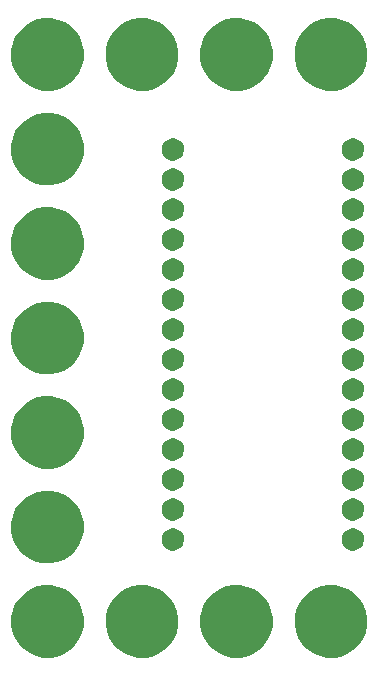
<source format=gts>
%TF.GenerationSoftware,KiCad,Pcbnew,4.0.5-e0-6337~49~ubuntu16.04.1*%
%TF.CreationDate,2017-02-14T00:48:36-08:00*%
%TF.ProjectId,4x7-Teensy-Breakout,3478372D5465656E73792D427265616B,1.0*%
%TF.FileFunction,Soldermask,Top*%
%FSLAX46Y46*%
G04 Gerber Fmt 4.6, Leading zero omitted, Abs format (unit mm)*
G04 Created by KiCad (PCBNEW 4.0.5-e0-6337~49~ubuntu16.04.1) date Tue Feb 14 00:48:36 2017*
%MOMM*%
%LPD*%
G01*
G04 APERTURE LIST*
%ADD10C,0.350000*%
G04 APERTURE END LIST*
D10*
G36*
X41240510Y-111092847D02*
X41831455Y-111214151D01*
X42387598Y-111447932D01*
X42887734Y-111785278D01*
X43312821Y-112213343D01*
X43646666Y-112715821D01*
X43876556Y-113273576D01*
X43993664Y-113865014D01*
X43993664Y-113865024D01*
X43993731Y-113865363D01*
X43984110Y-114554416D01*
X43984033Y-114554754D01*
X43984033Y-114554762D01*
X43850457Y-115142701D01*
X43605085Y-115693816D01*
X43257337Y-116186778D01*
X42820462Y-116602809D01*
X42311100Y-116926061D01*
X41748654Y-117144219D01*
X41154547Y-117248976D01*
X40551403Y-117236342D01*
X39962200Y-117106797D01*
X39409382Y-116865277D01*
X38914007Y-116520982D01*
X38494937Y-116087023D01*
X38168138Y-115579930D01*
X37946056Y-115019014D01*
X37837155Y-114425658D01*
X37845577Y-113822441D01*
X37971006Y-113232347D01*
X38208659Y-112677858D01*
X38549491Y-112180088D01*
X38980512Y-111758000D01*
X39485313Y-111427668D01*
X40044659Y-111201677D01*
X40637245Y-111088636D01*
X41240510Y-111092847D01*
X41240510Y-111092847D01*
G37*
G36*
X33240510Y-111092847D02*
X33831455Y-111214151D01*
X34387598Y-111447932D01*
X34887734Y-111785278D01*
X35312821Y-112213343D01*
X35646666Y-112715821D01*
X35876556Y-113273576D01*
X35993664Y-113865014D01*
X35993664Y-113865024D01*
X35993731Y-113865363D01*
X35984110Y-114554416D01*
X35984033Y-114554754D01*
X35984033Y-114554762D01*
X35850457Y-115142701D01*
X35605085Y-115693816D01*
X35257337Y-116186778D01*
X34820462Y-116602809D01*
X34311100Y-116926061D01*
X33748654Y-117144219D01*
X33154547Y-117248976D01*
X32551403Y-117236342D01*
X31962200Y-117106797D01*
X31409382Y-116865277D01*
X30914007Y-116520982D01*
X30494937Y-116087023D01*
X30168138Y-115579930D01*
X29946056Y-115019014D01*
X29837155Y-114425658D01*
X29845577Y-113822441D01*
X29971006Y-113232347D01*
X30208659Y-112677858D01*
X30549491Y-112180088D01*
X30980512Y-111758000D01*
X31485313Y-111427668D01*
X32044659Y-111201677D01*
X32637245Y-111088636D01*
X33240510Y-111092847D01*
X33240510Y-111092847D01*
G37*
G36*
X25241510Y-111092847D02*
X25832455Y-111214151D01*
X26388598Y-111447932D01*
X26888734Y-111785278D01*
X27313821Y-112213343D01*
X27647666Y-112715821D01*
X27877556Y-113273576D01*
X27994664Y-113865014D01*
X27994664Y-113865024D01*
X27994731Y-113865363D01*
X27985110Y-114554416D01*
X27985033Y-114554754D01*
X27985033Y-114554762D01*
X27851457Y-115142701D01*
X27606085Y-115693816D01*
X27258337Y-116186778D01*
X26821462Y-116602809D01*
X26312100Y-116926061D01*
X25749654Y-117144219D01*
X25155547Y-117248976D01*
X24552403Y-117236342D01*
X23963200Y-117106797D01*
X23410382Y-116865277D01*
X22915007Y-116520982D01*
X22495937Y-116087023D01*
X22169138Y-115579930D01*
X21947056Y-115019014D01*
X21838155Y-114425658D01*
X21846577Y-113822441D01*
X21972006Y-113232347D01*
X22209659Y-112677858D01*
X22550491Y-112180088D01*
X22981512Y-111758000D01*
X23486313Y-111427668D01*
X24045659Y-111201677D01*
X24638245Y-111088636D01*
X25241510Y-111092847D01*
X25241510Y-111092847D01*
G37*
G36*
X49240510Y-111092847D02*
X49831455Y-111214151D01*
X50387598Y-111447932D01*
X50887734Y-111785278D01*
X51312821Y-112213343D01*
X51646666Y-112715821D01*
X51876556Y-113273576D01*
X51993664Y-113865014D01*
X51993664Y-113865024D01*
X51993731Y-113865363D01*
X51984110Y-114554416D01*
X51984033Y-114554754D01*
X51984033Y-114554762D01*
X51850457Y-115142701D01*
X51605085Y-115693816D01*
X51257337Y-116186778D01*
X50820462Y-116602809D01*
X50311100Y-116926061D01*
X49748654Y-117144219D01*
X49154547Y-117248976D01*
X48551403Y-117236342D01*
X47962200Y-117106797D01*
X47409382Y-116865277D01*
X46914007Y-116520982D01*
X46494937Y-116087023D01*
X46168138Y-115579930D01*
X45946056Y-115019014D01*
X45837155Y-114425658D01*
X45845577Y-113822441D01*
X45971006Y-113232347D01*
X46208659Y-112677858D01*
X46549491Y-112180088D01*
X46980512Y-111758000D01*
X47485313Y-111427668D01*
X48044659Y-111201677D01*
X48637245Y-111088636D01*
X49240510Y-111092847D01*
X49240510Y-111092847D01*
G37*
G36*
X25241510Y-103092847D02*
X25832455Y-103214151D01*
X26388598Y-103447932D01*
X26888734Y-103785278D01*
X27313821Y-104213343D01*
X27647666Y-104715821D01*
X27877556Y-105273576D01*
X27994664Y-105865014D01*
X27994664Y-105865024D01*
X27994731Y-105865363D01*
X27985110Y-106554416D01*
X27985033Y-106554754D01*
X27985033Y-106554762D01*
X27851457Y-107142701D01*
X27606085Y-107693816D01*
X27258337Y-108186778D01*
X26821462Y-108602809D01*
X26312100Y-108926061D01*
X25749654Y-109144219D01*
X25155547Y-109248976D01*
X24552403Y-109236342D01*
X23963200Y-109106797D01*
X23410382Y-108865277D01*
X22915007Y-108520982D01*
X22495937Y-108087023D01*
X22169138Y-107579930D01*
X21947056Y-107019014D01*
X21838155Y-106425658D01*
X21846577Y-105822441D01*
X21972006Y-105232347D01*
X22209659Y-104677858D01*
X22550491Y-104180088D01*
X22981512Y-103758000D01*
X23486313Y-103427668D01*
X24045659Y-103201677D01*
X24638245Y-103088636D01*
X25241510Y-103092847D01*
X25241510Y-103092847D01*
G37*
G36*
X35636115Y-106288824D02*
X35816648Y-106325883D01*
X35986558Y-106397306D01*
X36139349Y-106500366D01*
X36269221Y-106631146D01*
X36371210Y-106784653D01*
X36441443Y-106955051D01*
X36477172Y-107135499D01*
X36477172Y-107135504D01*
X36477240Y-107135848D01*
X36474301Y-107346358D01*
X36474224Y-107346696D01*
X36474224Y-107346706D01*
X36433470Y-107526086D01*
X36358508Y-107694452D01*
X36252268Y-107845056D01*
X36118799Y-107972157D01*
X35963184Y-108070914D01*
X35791354Y-108137562D01*
X35609852Y-108169566D01*
X35425586Y-108165706D01*
X35245579Y-108126129D01*
X35076688Y-108052343D01*
X34925350Y-107947160D01*
X34797321Y-107814582D01*
X34697481Y-107659661D01*
X34629632Y-107488293D01*
X34596363Y-107307023D01*
X34598935Y-107122736D01*
X34637256Y-106942456D01*
X34709859Y-106773057D01*
X34813987Y-106620984D01*
X34945666Y-106492033D01*
X35099887Y-106391114D01*
X35270772Y-106322072D01*
X35451809Y-106287538D01*
X35636115Y-106288824D01*
X35636115Y-106288824D01*
G37*
G36*
X50876115Y-106288824D02*
X51056648Y-106325883D01*
X51226558Y-106397306D01*
X51379349Y-106500366D01*
X51509221Y-106631146D01*
X51611210Y-106784653D01*
X51681443Y-106955051D01*
X51717172Y-107135499D01*
X51717172Y-107135504D01*
X51717240Y-107135848D01*
X51714301Y-107346358D01*
X51714224Y-107346696D01*
X51714224Y-107346706D01*
X51673470Y-107526086D01*
X51598508Y-107694452D01*
X51492268Y-107845056D01*
X51358799Y-107972157D01*
X51203184Y-108070914D01*
X51031354Y-108137562D01*
X50849852Y-108169566D01*
X50665586Y-108165706D01*
X50485579Y-108126129D01*
X50316688Y-108052343D01*
X50165350Y-107947160D01*
X50037321Y-107814582D01*
X49937481Y-107659661D01*
X49869632Y-107488293D01*
X49836363Y-107307023D01*
X49838935Y-107122736D01*
X49877256Y-106942456D01*
X49949859Y-106773057D01*
X50053987Y-106620984D01*
X50185666Y-106492033D01*
X50339887Y-106391114D01*
X50510772Y-106322072D01*
X50691809Y-106287538D01*
X50876115Y-106288824D01*
X50876115Y-106288824D01*
G37*
G36*
X50876115Y-103748824D02*
X51056648Y-103785883D01*
X51226558Y-103857306D01*
X51379349Y-103960366D01*
X51509221Y-104091146D01*
X51611210Y-104244653D01*
X51681443Y-104415051D01*
X51717172Y-104595499D01*
X51717172Y-104595504D01*
X51717240Y-104595848D01*
X51714301Y-104806358D01*
X51714224Y-104806696D01*
X51714224Y-104806706D01*
X51673470Y-104986086D01*
X51598508Y-105154452D01*
X51492268Y-105305056D01*
X51358799Y-105432157D01*
X51203184Y-105530914D01*
X51031354Y-105597562D01*
X50849852Y-105629566D01*
X50665586Y-105625706D01*
X50485579Y-105586129D01*
X50316688Y-105512343D01*
X50165350Y-105407160D01*
X50037321Y-105274582D01*
X49937481Y-105119661D01*
X49869632Y-104948293D01*
X49836363Y-104767023D01*
X49838935Y-104582736D01*
X49877256Y-104402456D01*
X49949859Y-104233057D01*
X50053987Y-104080984D01*
X50185666Y-103952033D01*
X50339887Y-103851114D01*
X50510772Y-103782072D01*
X50691809Y-103747538D01*
X50876115Y-103748824D01*
X50876115Y-103748824D01*
G37*
G36*
X35636115Y-103748824D02*
X35816648Y-103785883D01*
X35986558Y-103857306D01*
X36139349Y-103960366D01*
X36269221Y-104091146D01*
X36371210Y-104244653D01*
X36441443Y-104415051D01*
X36477172Y-104595499D01*
X36477172Y-104595504D01*
X36477240Y-104595848D01*
X36474301Y-104806358D01*
X36474224Y-104806696D01*
X36474224Y-104806706D01*
X36433470Y-104986086D01*
X36358508Y-105154452D01*
X36252268Y-105305056D01*
X36118799Y-105432157D01*
X35963184Y-105530914D01*
X35791354Y-105597562D01*
X35609852Y-105629566D01*
X35425586Y-105625706D01*
X35245579Y-105586129D01*
X35076688Y-105512343D01*
X34925350Y-105407160D01*
X34797321Y-105274582D01*
X34697481Y-105119661D01*
X34629632Y-104948293D01*
X34596363Y-104767023D01*
X34598935Y-104582736D01*
X34637256Y-104402456D01*
X34709859Y-104233057D01*
X34813987Y-104080984D01*
X34945666Y-103952033D01*
X35099887Y-103851114D01*
X35270772Y-103782072D01*
X35451809Y-103747538D01*
X35636115Y-103748824D01*
X35636115Y-103748824D01*
G37*
G36*
X35636115Y-101208824D02*
X35816648Y-101245883D01*
X35986558Y-101317306D01*
X36139349Y-101420366D01*
X36269221Y-101551146D01*
X36371210Y-101704653D01*
X36441443Y-101875051D01*
X36477172Y-102055499D01*
X36477172Y-102055504D01*
X36477240Y-102055848D01*
X36474301Y-102266358D01*
X36474224Y-102266696D01*
X36474224Y-102266706D01*
X36433470Y-102446086D01*
X36358508Y-102614452D01*
X36252268Y-102765056D01*
X36118799Y-102892157D01*
X35963184Y-102990914D01*
X35791354Y-103057562D01*
X35609852Y-103089566D01*
X35425586Y-103085706D01*
X35245579Y-103046129D01*
X35076688Y-102972343D01*
X34925350Y-102867160D01*
X34797321Y-102734582D01*
X34697481Y-102579661D01*
X34629632Y-102408293D01*
X34596363Y-102227023D01*
X34598935Y-102042736D01*
X34637256Y-101862456D01*
X34709859Y-101693057D01*
X34813987Y-101540984D01*
X34945666Y-101412033D01*
X35099887Y-101311114D01*
X35270772Y-101242072D01*
X35451809Y-101207538D01*
X35636115Y-101208824D01*
X35636115Y-101208824D01*
G37*
G36*
X50876115Y-101208824D02*
X51056648Y-101245883D01*
X51226558Y-101317306D01*
X51379349Y-101420366D01*
X51509221Y-101551146D01*
X51611210Y-101704653D01*
X51681443Y-101875051D01*
X51717172Y-102055499D01*
X51717172Y-102055504D01*
X51717240Y-102055848D01*
X51714301Y-102266358D01*
X51714224Y-102266696D01*
X51714224Y-102266706D01*
X51673470Y-102446086D01*
X51598508Y-102614452D01*
X51492268Y-102765056D01*
X51358799Y-102892157D01*
X51203184Y-102990914D01*
X51031354Y-103057562D01*
X50849852Y-103089566D01*
X50665586Y-103085706D01*
X50485579Y-103046129D01*
X50316688Y-102972343D01*
X50165350Y-102867160D01*
X50037321Y-102734582D01*
X49937481Y-102579661D01*
X49869632Y-102408293D01*
X49836363Y-102227023D01*
X49838935Y-102042736D01*
X49877256Y-101862456D01*
X49949859Y-101693057D01*
X50053987Y-101540984D01*
X50185666Y-101412033D01*
X50339887Y-101311114D01*
X50510772Y-101242072D01*
X50691809Y-101207538D01*
X50876115Y-101208824D01*
X50876115Y-101208824D01*
G37*
G36*
X25241510Y-95092847D02*
X25832455Y-95214151D01*
X26388598Y-95447932D01*
X26888734Y-95785278D01*
X27313821Y-96213343D01*
X27647666Y-96715821D01*
X27877556Y-97273576D01*
X27994664Y-97865014D01*
X27994664Y-97865024D01*
X27994731Y-97865363D01*
X27985110Y-98554416D01*
X27985033Y-98554754D01*
X27985033Y-98554762D01*
X27851457Y-99142701D01*
X27606085Y-99693816D01*
X27258337Y-100186778D01*
X26821462Y-100602809D01*
X26312100Y-100926061D01*
X25749654Y-101144219D01*
X25155547Y-101248976D01*
X24552403Y-101236342D01*
X23963200Y-101106797D01*
X23410382Y-100865277D01*
X22915007Y-100520982D01*
X22495937Y-100087023D01*
X22169138Y-99579930D01*
X21947056Y-99019014D01*
X21838155Y-98425658D01*
X21846577Y-97822441D01*
X21972006Y-97232347D01*
X22209659Y-96677858D01*
X22550491Y-96180088D01*
X22981512Y-95758000D01*
X23486313Y-95427668D01*
X24045659Y-95201677D01*
X24638245Y-95088636D01*
X25241510Y-95092847D01*
X25241510Y-95092847D01*
G37*
G36*
X35636115Y-98668824D02*
X35816648Y-98705883D01*
X35986558Y-98777306D01*
X36139349Y-98880366D01*
X36269221Y-99011146D01*
X36371210Y-99164653D01*
X36441443Y-99335051D01*
X36477172Y-99515499D01*
X36477172Y-99515504D01*
X36477240Y-99515848D01*
X36474301Y-99726358D01*
X36474224Y-99726696D01*
X36474224Y-99726706D01*
X36433470Y-99906086D01*
X36358508Y-100074452D01*
X36252268Y-100225056D01*
X36118799Y-100352157D01*
X35963184Y-100450914D01*
X35791354Y-100517562D01*
X35609852Y-100549566D01*
X35425586Y-100545706D01*
X35245579Y-100506129D01*
X35076688Y-100432343D01*
X34925350Y-100327160D01*
X34797321Y-100194582D01*
X34697481Y-100039661D01*
X34629632Y-99868293D01*
X34596363Y-99687023D01*
X34598935Y-99502736D01*
X34637256Y-99322456D01*
X34709859Y-99153057D01*
X34813987Y-99000984D01*
X34945666Y-98872033D01*
X35099887Y-98771114D01*
X35270772Y-98702072D01*
X35451809Y-98667538D01*
X35636115Y-98668824D01*
X35636115Y-98668824D01*
G37*
G36*
X50876115Y-98668824D02*
X51056648Y-98705883D01*
X51226558Y-98777306D01*
X51379349Y-98880366D01*
X51509221Y-99011146D01*
X51611210Y-99164653D01*
X51681443Y-99335051D01*
X51717172Y-99515499D01*
X51717172Y-99515504D01*
X51717240Y-99515848D01*
X51714301Y-99726358D01*
X51714224Y-99726696D01*
X51714224Y-99726706D01*
X51673470Y-99906086D01*
X51598508Y-100074452D01*
X51492268Y-100225056D01*
X51358799Y-100352157D01*
X51203184Y-100450914D01*
X51031354Y-100517562D01*
X50849852Y-100549566D01*
X50665586Y-100545706D01*
X50485579Y-100506129D01*
X50316688Y-100432343D01*
X50165350Y-100327160D01*
X50037321Y-100194582D01*
X49937481Y-100039661D01*
X49869632Y-99868293D01*
X49836363Y-99687023D01*
X49838935Y-99502736D01*
X49877256Y-99322456D01*
X49949859Y-99153057D01*
X50053987Y-99000984D01*
X50185666Y-98872033D01*
X50339887Y-98771114D01*
X50510772Y-98702072D01*
X50691809Y-98667538D01*
X50876115Y-98668824D01*
X50876115Y-98668824D01*
G37*
G36*
X50876115Y-96128824D02*
X51056648Y-96165883D01*
X51226558Y-96237306D01*
X51379349Y-96340366D01*
X51509221Y-96471146D01*
X51611210Y-96624653D01*
X51681443Y-96795051D01*
X51717172Y-96975499D01*
X51717172Y-96975504D01*
X51717240Y-96975848D01*
X51714301Y-97186358D01*
X51714224Y-97186696D01*
X51714224Y-97186706D01*
X51673470Y-97366086D01*
X51598508Y-97534452D01*
X51492268Y-97685056D01*
X51358799Y-97812157D01*
X51203184Y-97910914D01*
X51031354Y-97977562D01*
X50849852Y-98009566D01*
X50665586Y-98005706D01*
X50485579Y-97966129D01*
X50316688Y-97892343D01*
X50165350Y-97787160D01*
X50037321Y-97654582D01*
X49937481Y-97499661D01*
X49869632Y-97328293D01*
X49836363Y-97147023D01*
X49838935Y-96962736D01*
X49877256Y-96782456D01*
X49949859Y-96613057D01*
X50053987Y-96460984D01*
X50185666Y-96332033D01*
X50339887Y-96231114D01*
X50510772Y-96162072D01*
X50691809Y-96127538D01*
X50876115Y-96128824D01*
X50876115Y-96128824D01*
G37*
G36*
X35636115Y-96128824D02*
X35816648Y-96165883D01*
X35986558Y-96237306D01*
X36139349Y-96340366D01*
X36269221Y-96471146D01*
X36371210Y-96624653D01*
X36441443Y-96795051D01*
X36477172Y-96975499D01*
X36477172Y-96975504D01*
X36477240Y-96975848D01*
X36474301Y-97186358D01*
X36474224Y-97186696D01*
X36474224Y-97186706D01*
X36433470Y-97366086D01*
X36358508Y-97534452D01*
X36252268Y-97685056D01*
X36118799Y-97812157D01*
X35963184Y-97910914D01*
X35791354Y-97977562D01*
X35609852Y-98009566D01*
X35425586Y-98005706D01*
X35245579Y-97966129D01*
X35076688Y-97892343D01*
X34925350Y-97787160D01*
X34797321Y-97654582D01*
X34697481Y-97499661D01*
X34629632Y-97328293D01*
X34596363Y-97147023D01*
X34598935Y-96962736D01*
X34637256Y-96782456D01*
X34709859Y-96613057D01*
X34813987Y-96460984D01*
X34945666Y-96332033D01*
X35099887Y-96231114D01*
X35270772Y-96162072D01*
X35451809Y-96127538D01*
X35636115Y-96128824D01*
X35636115Y-96128824D01*
G37*
G36*
X35636115Y-93588824D02*
X35816648Y-93625883D01*
X35986558Y-93697306D01*
X36139349Y-93800366D01*
X36269221Y-93931146D01*
X36371210Y-94084653D01*
X36441443Y-94255051D01*
X36477172Y-94435499D01*
X36477172Y-94435504D01*
X36477240Y-94435848D01*
X36474301Y-94646358D01*
X36474224Y-94646696D01*
X36474224Y-94646706D01*
X36433470Y-94826086D01*
X36358508Y-94994452D01*
X36252268Y-95145056D01*
X36118799Y-95272157D01*
X35963184Y-95370914D01*
X35791354Y-95437562D01*
X35609852Y-95469566D01*
X35425586Y-95465706D01*
X35245579Y-95426129D01*
X35076688Y-95352343D01*
X34925350Y-95247160D01*
X34797321Y-95114582D01*
X34697481Y-94959661D01*
X34629632Y-94788293D01*
X34596363Y-94607023D01*
X34598935Y-94422736D01*
X34637256Y-94242456D01*
X34709859Y-94073057D01*
X34813987Y-93920984D01*
X34945666Y-93792033D01*
X35099887Y-93691114D01*
X35270772Y-93622072D01*
X35451809Y-93587538D01*
X35636115Y-93588824D01*
X35636115Y-93588824D01*
G37*
G36*
X50876115Y-93588824D02*
X51056648Y-93625883D01*
X51226558Y-93697306D01*
X51379349Y-93800366D01*
X51509221Y-93931146D01*
X51611210Y-94084653D01*
X51681443Y-94255051D01*
X51717172Y-94435499D01*
X51717172Y-94435504D01*
X51717240Y-94435848D01*
X51714301Y-94646358D01*
X51714224Y-94646696D01*
X51714224Y-94646706D01*
X51673470Y-94826086D01*
X51598508Y-94994452D01*
X51492268Y-95145056D01*
X51358799Y-95272157D01*
X51203184Y-95370914D01*
X51031354Y-95437562D01*
X50849852Y-95469566D01*
X50665586Y-95465706D01*
X50485579Y-95426129D01*
X50316688Y-95352343D01*
X50165350Y-95247160D01*
X50037321Y-95114582D01*
X49937481Y-94959661D01*
X49869632Y-94788293D01*
X49836363Y-94607023D01*
X49838935Y-94422736D01*
X49877256Y-94242456D01*
X49949859Y-94073057D01*
X50053987Y-93920984D01*
X50185666Y-93792033D01*
X50339887Y-93691114D01*
X50510772Y-93622072D01*
X50691809Y-93587538D01*
X50876115Y-93588824D01*
X50876115Y-93588824D01*
G37*
G36*
X25241510Y-87092847D02*
X25832455Y-87214151D01*
X26388598Y-87447932D01*
X26888734Y-87785278D01*
X27313821Y-88213343D01*
X27647666Y-88715821D01*
X27877556Y-89273576D01*
X27994664Y-89865014D01*
X27994664Y-89865024D01*
X27994731Y-89865363D01*
X27985110Y-90554416D01*
X27985033Y-90554754D01*
X27985033Y-90554762D01*
X27851457Y-91142701D01*
X27606085Y-91693816D01*
X27258337Y-92186778D01*
X26821462Y-92602809D01*
X26312100Y-92926061D01*
X25749654Y-93144219D01*
X25155547Y-93248976D01*
X24552403Y-93236342D01*
X23963200Y-93106797D01*
X23410382Y-92865277D01*
X22915007Y-92520982D01*
X22495937Y-92087023D01*
X22169138Y-91579930D01*
X21947056Y-91019014D01*
X21838155Y-90425658D01*
X21846577Y-89822441D01*
X21972006Y-89232347D01*
X22209659Y-88677858D01*
X22550491Y-88180088D01*
X22981512Y-87758000D01*
X23486313Y-87427668D01*
X24045659Y-87201677D01*
X24638245Y-87088636D01*
X25241510Y-87092847D01*
X25241510Y-87092847D01*
G37*
G36*
X35636115Y-91048824D02*
X35816648Y-91085883D01*
X35986558Y-91157306D01*
X36139349Y-91260366D01*
X36269221Y-91391146D01*
X36371210Y-91544653D01*
X36441443Y-91715051D01*
X36477172Y-91895499D01*
X36477172Y-91895504D01*
X36477240Y-91895848D01*
X36474301Y-92106358D01*
X36474224Y-92106696D01*
X36474224Y-92106706D01*
X36433470Y-92286086D01*
X36358508Y-92454452D01*
X36252268Y-92605056D01*
X36118799Y-92732157D01*
X35963184Y-92830914D01*
X35791354Y-92897562D01*
X35609852Y-92929566D01*
X35425586Y-92925706D01*
X35245579Y-92886129D01*
X35076688Y-92812343D01*
X34925350Y-92707160D01*
X34797321Y-92574582D01*
X34697481Y-92419661D01*
X34629632Y-92248293D01*
X34596363Y-92067023D01*
X34598935Y-91882736D01*
X34637256Y-91702456D01*
X34709859Y-91533057D01*
X34813987Y-91380984D01*
X34945666Y-91252033D01*
X35099887Y-91151114D01*
X35270772Y-91082072D01*
X35451809Y-91047538D01*
X35636115Y-91048824D01*
X35636115Y-91048824D01*
G37*
G36*
X50876115Y-91048824D02*
X51056648Y-91085883D01*
X51226558Y-91157306D01*
X51379349Y-91260366D01*
X51509221Y-91391146D01*
X51611210Y-91544653D01*
X51681443Y-91715051D01*
X51717172Y-91895499D01*
X51717172Y-91895504D01*
X51717240Y-91895848D01*
X51714301Y-92106358D01*
X51714224Y-92106696D01*
X51714224Y-92106706D01*
X51673470Y-92286086D01*
X51598508Y-92454452D01*
X51492268Y-92605056D01*
X51358799Y-92732157D01*
X51203184Y-92830914D01*
X51031354Y-92897562D01*
X50849852Y-92929566D01*
X50665586Y-92925706D01*
X50485579Y-92886129D01*
X50316688Y-92812343D01*
X50165350Y-92707160D01*
X50037321Y-92574582D01*
X49937481Y-92419661D01*
X49869632Y-92248293D01*
X49836363Y-92067023D01*
X49838935Y-91882736D01*
X49877256Y-91702456D01*
X49949859Y-91533057D01*
X50053987Y-91380984D01*
X50185666Y-91252033D01*
X50339887Y-91151114D01*
X50510772Y-91082072D01*
X50691809Y-91047538D01*
X50876115Y-91048824D01*
X50876115Y-91048824D01*
G37*
G36*
X35636115Y-88508824D02*
X35816648Y-88545883D01*
X35986558Y-88617306D01*
X36139349Y-88720366D01*
X36269221Y-88851146D01*
X36371210Y-89004653D01*
X36441443Y-89175051D01*
X36477172Y-89355499D01*
X36477172Y-89355504D01*
X36477240Y-89355848D01*
X36474301Y-89566358D01*
X36474224Y-89566696D01*
X36474224Y-89566706D01*
X36433470Y-89746086D01*
X36358508Y-89914452D01*
X36252268Y-90065056D01*
X36118799Y-90192157D01*
X35963184Y-90290914D01*
X35791354Y-90357562D01*
X35609852Y-90389566D01*
X35425586Y-90385706D01*
X35245579Y-90346129D01*
X35076688Y-90272343D01*
X34925350Y-90167160D01*
X34797321Y-90034582D01*
X34697481Y-89879661D01*
X34629632Y-89708293D01*
X34596363Y-89527023D01*
X34598935Y-89342736D01*
X34637256Y-89162456D01*
X34709859Y-88993057D01*
X34813987Y-88840984D01*
X34945666Y-88712033D01*
X35099887Y-88611114D01*
X35270772Y-88542072D01*
X35451809Y-88507538D01*
X35636115Y-88508824D01*
X35636115Y-88508824D01*
G37*
G36*
X50876115Y-88508824D02*
X51056648Y-88545883D01*
X51226558Y-88617306D01*
X51379349Y-88720366D01*
X51509221Y-88851146D01*
X51611210Y-89004653D01*
X51681443Y-89175051D01*
X51717172Y-89355499D01*
X51717172Y-89355504D01*
X51717240Y-89355848D01*
X51714301Y-89566358D01*
X51714224Y-89566696D01*
X51714224Y-89566706D01*
X51673470Y-89746086D01*
X51598508Y-89914452D01*
X51492268Y-90065056D01*
X51358799Y-90192157D01*
X51203184Y-90290914D01*
X51031354Y-90357562D01*
X50849852Y-90389566D01*
X50665586Y-90385706D01*
X50485579Y-90346129D01*
X50316688Y-90272343D01*
X50165350Y-90167160D01*
X50037321Y-90034582D01*
X49937481Y-89879661D01*
X49869632Y-89708293D01*
X49836363Y-89527023D01*
X49838935Y-89342736D01*
X49877256Y-89162456D01*
X49949859Y-88993057D01*
X50053987Y-88840984D01*
X50185666Y-88712033D01*
X50339887Y-88611114D01*
X50510772Y-88542072D01*
X50691809Y-88507538D01*
X50876115Y-88508824D01*
X50876115Y-88508824D01*
G37*
G36*
X35636115Y-85968824D02*
X35816648Y-86005883D01*
X35986558Y-86077306D01*
X36139349Y-86180366D01*
X36269221Y-86311146D01*
X36371210Y-86464653D01*
X36441443Y-86635051D01*
X36477172Y-86815499D01*
X36477172Y-86815504D01*
X36477240Y-86815848D01*
X36474301Y-87026358D01*
X36474224Y-87026696D01*
X36474224Y-87026706D01*
X36433470Y-87206086D01*
X36358508Y-87374452D01*
X36252268Y-87525056D01*
X36118799Y-87652157D01*
X35963184Y-87750914D01*
X35791354Y-87817562D01*
X35609852Y-87849566D01*
X35425586Y-87845706D01*
X35245579Y-87806129D01*
X35076688Y-87732343D01*
X34925350Y-87627160D01*
X34797321Y-87494582D01*
X34697481Y-87339661D01*
X34629632Y-87168293D01*
X34596363Y-86987023D01*
X34598935Y-86802736D01*
X34637256Y-86622456D01*
X34709859Y-86453057D01*
X34813987Y-86300984D01*
X34945666Y-86172033D01*
X35099887Y-86071114D01*
X35270772Y-86002072D01*
X35451809Y-85967538D01*
X35636115Y-85968824D01*
X35636115Y-85968824D01*
G37*
G36*
X50876115Y-85968824D02*
X51056648Y-86005883D01*
X51226558Y-86077306D01*
X51379349Y-86180366D01*
X51509221Y-86311146D01*
X51611210Y-86464653D01*
X51681443Y-86635051D01*
X51717172Y-86815499D01*
X51717172Y-86815504D01*
X51717240Y-86815848D01*
X51714301Y-87026358D01*
X51714224Y-87026696D01*
X51714224Y-87026706D01*
X51673470Y-87206086D01*
X51598508Y-87374452D01*
X51492268Y-87525056D01*
X51358799Y-87652157D01*
X51203184Y-87750914D01*
X51031354Y-87817562D01*
X50849852Y-87849566D01*
X50665586Y-87845706D01*
X50485579Y-87806129D01*
X50316688Y-87732343D01*
X50165350Y-87627160D01*
X50037321Y-87494582D01*
X49937481Y-87339661D01*
X49869632Y-87168293D01*
X49836363Y-86987023D01*
X49838935Y-86802736D01*
X49877256Y-86622456D01*
X49949859Y-86453057D01*
X50053987Y-86300984D01*
X50185666Y-86172033D01*
X50339887Y-86071114D01*
X50510772Y-86002072D01*
X50691809Y-85967538D01*
X50876115Y-85968824D01*
X50876115Y-85968824D01*
G37*
G36*
X35636115Y-83428824D02*
X35816648Y-83465883D01*
X35986558Y-83537306D01*
X36139349Y-83640366D01*
X36269221Y-83771146D01*
X36371210Y-83924653D01*
X36441443Y-84095051D01*
X36477172Y-84275499D01*
X36477172Y-84275504D01*
X36477240Y-84275848D01*
X36474301Y-84486358D01*
X36474224Y-84486696D01*
X36474224Y-84486706D01*
X36433470Y-84666086D01*
X36358508Y-84834452D01*
X36252268Y-84985056D01*
X36118799Y-85112157D01*
X35963184Y-85210914D01*
X35791354Y-85277562D01*
X35609852Y-85309566D01*
X35425586Y-85305706D01*
X35245579Y-85266129D01*
X35076688Y-85192343D01*
X34925350Y-85087160D01*
X34797321Y-84954582D01*
X34697481Y-84799661D01*
X34629632Y-84628293D01*
X34596363Y-84447023D01*
X34598935Y-84262736D01*
X34637256Y-84082456D01*
X34709859Y-83913057D01*
X34813987Y-83760984D01*
X34945666Y-83632033D01*
X35099887Y-83531114D01*
X35270772Y-83462072D01*
X35451809Y-83427538D01*
X35636115Y-83428824D01*
X35636115Y-83428824D01*
G37*
G36*
X50876115Y-83428824D02*
X51056648Y-83465883D01*
X51226558Y-83537306D01*
X51379349Y-83640366D01*
X51509221Y-83771146D01*
X51611210Y-83924653D01*
X51681443Y-84095051D01*
X51717172Y-84275499D01*
X51717172Y-84275504D01*
X51717240Y-84275848D01*
X51714301Y-84486358D01*
X51714224Y-84486696D01*
X51714224Y-84486706D01*
X51673470Y-84666086D01*
X51598508Y-84834452D01*
X51492268Y-84985056D01*
X51358799Y-85112157D01*
X51203184Y-85210914D01*
X51031354Y-85277562D01*
X50849852Y-85309566D01*
X50665586Y-85305706D01*
X50485579Y-85266129D01*
X50316688Y-85192343D01*
X50165350Y-85087160D01*
X50037321Y-84954582D01*
X49937481Y-84799661D01*
X49869632Y-84628293D01*
X49836363Y-84447023D01*
X49838935Y-84262736D01*
X49877256Y-84082456D01*
X49949859Y-83913057D01*
X50053987Y-83760984D01*
X50185666Y-83632033D01*
X50339887Y-83531114D01*
X50510772Y-83462072D01*
X50691809Y-83427538D01*
X50876115Y-83428824D01*
X50876115Y-83428824D01*
G37*
G36*
X25241510Y-79092847D02*
X25832455Y-79214151D01*
X26388598Y-79447932D01*
X26888734Y-79785278D01*
X27313821Y-80213343D01*
X27647666Y-80715821D01*
X27877556Y-81273576D01*
X27994664Y-81865014D01*
X27994664Y-81865024D01*
X27994731Y-81865363D01*
X27985110Y-82554416D01*
X27985033Y-82554754D01*
X27985033Y-82554762D01*
X27851457Y-83142701D01*
X27606085Y-83693816D01*
X27258337Y-84186778D01*
X26821462Y-84602809D01*
X26312100Y-84926061D01*
X25749654Y-85144219D01*
X25155547Y-85248976D01*
X24552403Y-85236342D01*
X23963200Y-85106797D01*
X23410382Y-84865277D01*
X22915007Y-84520982D01*
X22495937Y-84087023D01*
X22169138Y-83579930D01*
X21947056Y-83019014D01*
X21838155Y-82425658D01*
X21846577Y-81822441D01*
X21972006Y-81232347D01*
X22209659Y-80677858D01*
X22550491Y-80180088D01*
X22981512Y-79758000D01*
X23486313Y-79427668D01*
X24045659Y-79201677D01*
X24638245Y-79088636D01*
X25241510Y-79092847D01*
X25241510Y-79092847D01*
G37*
G36*
X35636115Y-80888824D02*
X35816648Y-80925883D01*
X35986558Y-80997306D01*
X36139349Y-81100366D01*
X36269221Y-81231146D01*
X36371210Y-81384653D01*
X36441443Y-81555051D01*
X36477172Y-81735499D01*
X36477172Y-81735504D01*
X36477240Y-81735848D01*
X36474301Y-81946358D01*
X36474224Y-81946696D01*
X36474224Y-81946706D01*
X36433470Y-82126086D01*
X36358508Y-82294452D01*
X36252268Y-82445056D01*
X36118799Y-82572157D01*
X35963184Y-82670914D01*
X35791354Y-82737562D01*
X35609852Y-82769566D01*
X35425586Y-82765706D01*
X35245579Y-82726129D01*
X35076688Y-82652343D01*
X34925350Y-82547160D01*
X34797321Y-82414582D01*
X34697481Y-82259661D01*
X34629632Y-82088293D01*
X34596363Y-81907023D01*
X34598935Y-81722736D01*
X34637256Y-81542456D01*
X34709859Y-81373057D01*
X34813987Y-81220984D01*
X34945666Y-81092033D01*
X35099887Y-80991114D01*
X35270772Y-80922072D01*
X35451809Y-80887538D01*
X35636115Y-80888824D01*
X35636115Y-80888824D01*
G37*
G36*
X50876115Y-80888824D02*
X51056648Y-80925883D01*
X51226558Y-80997306D01*
X51379349Y-81100366D01*
X51509221Y-81231146D01*
X51611210Y-81384653D01*
X51681443Y-81555051D01*
X51717172Y-81735499D01*
X51717172Y-81735504D01*
X51717240Y-81735848D01*
X51714301Y-81946358D01*
X51714224Y-81946696D01*
X51714224Y-81946706D01*
X51673470Y-82126086D01*
X51598508Y-82294452D01*
X51492268Y-82445056D01*
X51358799Y-82572157D01*
X51203184Y-82670914D01*
X51031354Y-82737562D01*
X50849852Y-82769566D01*
X50665586Y-82765706D01*
X50485579Y-82726129D01*
X50316688Y-82652343D01*
X50165350Y-82547160D01*
X50037321Y-82414582D01*
X49937481Y-82259661D01*
X49869632Y-82088293D01*
X49836363Y-81907023D01*
X49838935Y-81722736D01*
X49877256Y-81542456D01*
X49949859Y-81373057D01*
X50053987Y-81220984D01*
X50185666Y-81092033D01*
X50339887Y-80991114D01*
X50510772Y-80922072D01*
X50691809Y-80887538D01*
X50876115Y-80888824D01*
X50876115Y-80888824D01*
G37*
G36*
X50876115Y-78348824D02*
X51056648Y-78385883D01*
X51226558Y-78457306D01*
X51379349Y-78560366D01*
X51509221Y-78691146D01*
X51611210Y-78844653D01*
X51681443Y-79015051D01*
X51717172Y-79195499D01*
X51717172Y-79195504D01*
X51717240Y-79195848D01*
X51714301Y-79406358D01*
X51714224Y-79406696D01*
X51714224Y-79406706D01*
X51673470Y-79586086D01*
X51598508Y-79754452D01*
X51492268Y-79905056D01*
X51358799Y-80032157D01*
X51203184Y-80130914D01*
X51031354Y-80197562D01*
X50849852Y-80229566D01*
X50665586Y-80225706D01*
X50485579Y-80186129D01*
X50316688Y-80112343D01*
X50165350Y-80007160D01*
X50037321Y-79874582D01*
X49937481Y-79719661D01*
X49869632Y-79548293D01*
X49836363Y-79367023D01*
X49838935Y-79182736D01*
X49877256Y-79002456D01*
X49949859Y-78833057D01*
X50053987Y-78680984D01*
X50185666Y-78552033D01*
X50339887Y-78451114D01*
X50510772Y-78382072D01*
X50691809Y-78347538D01*
X50876115Y-78348824D01*
X50876115Y-78348824D01*
G37*
G36*
X35636115Y-78348824D02*
X35816648Y-78385883D01*
X35986558Y-78457306D01*
X36139349Y-78560366D01*
X36269221Y-78691146D01*
X36371210Y-78844653D01*
X36441443Y-79015051D01*
X36477172Y-79195499D01*
X36477172Y-79195504D01*
X36477240Y-79195848D01*
X36474301Y-79406358D01*
X36474224Y-79406696D01*
X36474224Y-79406706D01*
X36433470Y-79586086D01*
X36358508Y-79754452D01*
X36252268Y-79905056D01*
X36118799Y-80032157D01*
X35963184Y-80130914D01*
X35791354Y-80197562D01*
X35609852Y-80229566D01*
X35425586Y-80225706D01*
X35245579Y-80186129D01*
X35076688Y-80112343D01*
X34925350Y-80007160D01*
X34797321Y-79874582D01*
X34697481Y-79719661D01*
X34629632Y-79548293D01*
X34596363Y-79367023D01*
X34598935Y-79182736D01*
X34637256Y-79002456D01*
X34709859Y-78833057D01*
X34813987Y-78680984D01*
X34945666Y-78552033D01*
X35099887Y-78451114D01*
X35270772Y-78382072D01*
X35451809Y-78347538D01*
X35636115Y-78348824D01*
X35636115Y-78348824D01*
G37*
G36*
X35636115Y-75808824D02*
X35816648Y-75845883D01*
X35986558Y-75917306D01*
X36139349Y-76020366D01*
X36269221Y-76151146D01*
X36371210Y-76304653D01*
X36441443Y-76475051D01*
X36477172Y-76655499D01*
X36477172Y-76655504D01*
X36477240Y-76655848D01*
X36474301Y-76866358D01*
X36474224Y-76866696D01*
X36474224Y-76866706D01*
X36433470Y-77046086D01*
X36358508Y-77214452D01*
X36252268Y-77365056D01*
X36118799Y-77492157D01*
X35963184Y-77590914D01*
X35791354Y-77657562D01*
X35609852Y-77689566D01*
X35425586Y-77685706D01*
X35245579Y-77646129D01*
X35076688Y-77572343D01*
X34925350Y-77467160D01*
X34797321Y-77334582D01*
X34697481Y-77179661D01*
X34629632Y-77008293D01*
X34596363Y-76827023D01*
X34598935Y-76642736D01*
X34637256Y-76462456D01*
X34709859Y-76293057D01*
X34813987Y-76140984D01*
X34945666Y-76012033D01*
X35099887Y-75911114D01*
X35270772Y-75842072D01*
X35451809Y-75807538D01*
X35636115Y-75808824D01*
X35636115Y-75808824D01*
G37*
G36*
X50876115Y-75808824D02*
X51056648Y-75845883D01*
X51226558Y-75917306D01*
X51379349Y-76020366D01*
X51509221Y-76151146D01*
X51611210Y-76304653D01*
X51681443Y-76475051D01*
X51717172Y-76655499D01*
X51717172Y-76655504D01*
X51717240Y-76655848D01*
X51714301Y-76866358D01*
X51714224Y-76866696D01*
X51714224Y-76866706D01*
X51673470Y-77046086D01*
X51598508Y-77214452D01*
X51492268Y-77365056D01*
X51358799Y-77492157D01*
X51203184Y-77590914D01*
X51031354Y-77657562D01*
X50849852Y-77689566D01*
X50665586Y-77685706D01*
X50485579Y-77646129D01*
X50316688Y-77572343D01*
X50165350Y-77467160D01*
X50037321Y-77334582D01*
X49937481Y-77179661D01*
X49869632Y-77008293D01*
X49836363Y-76827023D01*
X49838935Y-76642736D01*
X49877256Y-76462456D01*
X49949859Y-76293057D01*
X50053987Y-76140984D01*
X50185666Y-76012033D01*
X50339887Y-75911114D01*
X50510772Y-75842072D01*
X50691809Y-75807538D01*
X50876115Y-75808824D01*
X50876115Y-75808824D01*
G37*
G36*
X25240510Y-71092847D02*
X25831455Y-71214151D01*
X26387598Y-71447932D01*
X26887734Y-71785278D01*
X27312821Y-72213343D01*
X27646666Y-72715821D01*
X27876556Y-73273576D01*
X27993664Y-73865014D01*
X27993664Y-73865024D01*
X27993731Y-73865363D01*
X27984110Y-74554416D01*
X27984033Y-74554754D01*
X27984033Y-74554762D01*
X27850457Y-75142701D01*
X27605085Y-75693816D01*
X27257337Y-76186778D01*
X26820462Y-76602809D01*
X26311100Y-76926061D01*
X25748654Y-77144219D01*
X25154547Y-77248976D01*
X24551403Y-77236342D01*
X23962200Y-77106797D01*
X23409382Y-76865277D01*
X22914007Y-76520982D01*
X22494937Y-76087023D01*
X22168138Y-75579930D01*
X21946056Y-75019014D01*
X21837155Y-74425658D01*
X21845577Y-73822441D01*
X21971006Y-73232347D01*
X22208659Y-72677858D01*
X22549491Y-72180088D01*
X22980512Y-71758000D01*
X23485313Y-71427668D01*
X24044659Y-71201677D01*
X24637245Y-71088636D01*
X25240510Y-71092847D01*
X25240510Y-71092847D01*
G37*
G36*
X35636115Y-73268824D02*
X35816648Y-73305883D01*
X35986558Y-73377306D01*
X36139349Y-73480366D01*
X36269221Y-73611146D01*
X36371210Y-73764653D01*
X36441443Y-73935051D01*
X36477172Y-74115499D01*
X36477172Y-74115504D01*
X36477240Y-74115848D01*
X36474301Y-74326358D01*
X36474224Y-74326696D01*
X36474224Y-74326706D01*
X36433470Y-74506086D01*
X36358508Y-74674452D01*
X36252268Y-74825056D01*
X36118799Y-74952157D01*
X35963184Y-75050914D01*
X35791354Y-75117562D01*
X35609852Y-75149566D01*
X35425586Y-75145706D01*
X35245579Y-75106129D01*
X35076688Y-75032343D01*
X34925350Y-74927160D01*
X34797321Y-74794582D01*
X34697481Y-74639661D01*
X34629632Y-74468293D01*
X34596363Y-74287023D01*
X34598935Y-74102736D01*
X34637256Y-73922456D01*
X34709859Y-73753057D01*
X34813987Y-73600984D01*
X34945666Y-73472033D01*
X35099887Y-73371114D01*
X35270772Y-73302072D01*
X35451809Y-73267538D01*
X35636115Y-73268824D01*
X35636115Y-73268824D01*
G37*
G36*
X50876115Y-73268824D02*
X51056648Y-73305883D01*
X51226558Y-73377306D01*
X51379349Y-73480366D01*
X51509221Y-73611146D01*
X51611210Y-73764653D01*
X51681443Y-73935051D01*
X51717172Y-74115499D01*
X51717172Y-74115504D01*
X51717240Y-74115848D01*
X51714301Y-74326358D01*
X51714224Y-74326696D01*
X51714224Y-74326706D01*
X51673470Y-74506086D01*
X51598508Y-74674452D01*
X51492268Y-74825056D01*
X51358799Y-74952157D01*
X51203184Y-75050914D01*
X51031354Y-75117562D01*
X50849852Y-75149566D01*
X50665586Y-75145706D01*
X50485579Y-75106129D01*
X50316688Y-75032343D01*
X50165350Y-74927160D01*
X50037321Y-74794582D01*
X49937481Y-74639661D01*
X49869632Y-74468293D01*
X49836363Y-74287023D01*
X49838935Y-74102736D01*
X49877256Y-73922456D01*
X49949859Y-73753057D01*
X50053987Y-73600984D01*
X50185666Y-73472033D01*
X50339887Y-73371114D01*
X50510772Y-73302072D01*
X50691809Y-73267538D01*
X50876115Y-73268824D01*
X50876115Y-73268824D01*
G37*
G36*
X49240510Y-63092847D02*
X49831455Y-63214151D01*
X50387598Y-63447932D01*
X50887734Y-63785278D01*
X51312821Y-64213343D01*
X51646666Y-64715821D01*
X51876556Y-65273576D01*
X51993664Y-65865014D01*
X51993664Y-65865024D01*
X51993731Y-65865363D01*
X51984110Y-66554416D01*
X51984033Y-66554754D01*
X51984033Y-66554762D01*
X51850457Y-67142701D01*
X51605085Y-67693816D01*
X51257337Y-68186778D01*
X50820462Y-68602809D01*
X50311100Y-68926061D01*
X49748654Y-69144219D01*
X49154547Y-69248976D01*
X48551403Y-69236342D01*
X47962200Y-69106797D01*
X47409382Y-68865277D01*
X46914007Y-68520982D01*
X46494937Y-68087023D01*
X46168138Y-67579930D01*
X45946056Y-67019014D01*
X45837155Y-66425658D01*
X45845577Y-65822441D01*
X45971006Y-65232347D01*
X46208659Y-64677858D01*
X46549491Y-64180088D01*
X46980512Y-63758000D01*
X47485313Y-63427668D01*
X48044659Y-63201677D01*
X48637245Y-63088636D01*
X49240510Y-63092847D01*
X49240510Y-63092847D01*
G37*
G36*
X33240510Y-63092847D02*
X33831455Y-63214151D01*
X34387598Y-63447932D01*
X34887734Y-63785278D01*
X35312821Y-64213343D01*
X35646666Y-64715821D01*
X35876556Y-65273576D01*
X35993664Y-65865014D01*
X35993664Y-65865024D01*
X35993731Y-65865363D01*
X35984110Y-66554416D01*
X35984033Y-66554754D01*
X35984033Y-66554762D01*
X35850457Y-67142701D01*
X35605085Y-67693816D01*
X35257337Y-68186778D01*
X34820462Y-68602809D01*
X34311100Y-68926061D01*
X33748654Y-69144219D01*
X33154547Y-69248976D01*
X32551403Y-69236342D01*
X31962200Y-69106797D01*
X31409382Y-68865277D01*
X30914007Y-68520982D01*
X30494937Y-68087023D01*
X30168138Y-67579930D01*
X29946056Y-67019014D01*
X29837155Y-66425658D01*
X29845577Y-65822441D01*
X29971006Y-65232347D01*
X30208659Y-64677858D01*
X30549491Y-64180088D01*
X30980512Y-63758000D01*
X31485313Y-63427668D01*
X32044659Y-63201677D01*
X32637245Y-63088636D01*
X33240510Y-63092847D01*
X33240510Y-63092847D01*
G37*
G36*
X25241510Y-63092847D02*
X25832455Y-63214151D01*
X26388598Y-63447932D01*
X26888734Y-63785278D01*
X27313821Y-64213343D01*
X27647666Y-64715821D01*
X27877556Y-65273576D01*
X27994664Y-65865014D01*
X27994664Y-65865024D01*
X27994731Y-65865363D01*
X27985110Y-66554416D01*
X27985033Y-66554754D01*
X27985033Y-66554762D01*
X27851457Y-67142701D01*
X27606085Y-67693816D01*
X27258337Y-68186778D01*
X26821462Y-68602809D01*
X26312100Y-68926061D01*
X25749654Y-69144219D01*
X25155547Y-69248976D01*
X24552403Y-69236342D01*
X23963200Y-69106797D01*
X23410382Y-68865277D01*
X22915007Y-68520982D01*
X22495937Y-68087023D01*
X22169138Y-67579930D01*
X21947056Y-67019014D01*
X21838155Y-66425658D01*
X21846577Y-65822441D01*
X21972006Y-65232347D01*
X22209659Y-64677858D01*
X22550491Y-64180088D01*
X22981512Y-63758000D01*
X23486313Y-63427668D01*
X24045659Y-63201677D01*
X24638245Y-63088636D01*
X25241510Y-63092847D01*
X25241510Y-63092847D01*
G37*
G36*
X41240510Y-63092847D02*
X41831455Y-63214151D01*
X42387598Y-63447932D01*
X42887734Y-63785278D01*
X43312821Y-64213343D01*
X43646666Y-64715821D01*
X43876556Y-65273576D01*
X43993664Y-65865014D01*
X43993664Y-65865024D01*
X43993731Y-65865363D01*
X43984110Y-66554416D01*
X43984033Y-66554754D01*
X43984033Y-66554762D01*
X43850457Y-67142701D01*
X43605085Y-67693816D01*
X43257337Y-68186778D01*
X42820462Y-68602809D01*
X42311100Y-68926061D01*
X41748654Y-69144219D01*
X41154547Y-69248976D01*
X40551403Y-69236342D01*
X39962200Y-69106797D01*
X39409382Y-68865277D01*
X38914007Y-68520982D01*
X38494937Y-68087023D01*
X38168138Y-67579930D01*
X37946056Y-67019014D01*
X37837155Y-66425658D01*
X37845577Y-65822441D01*
X37971006Y-65232347D01*
X38208659Y-64677858D01*
X38549491Y-64180088D01*
X38980512Y-63758000D01*
X39485313Y-63427668D01*
X40044659Y-63201677D01*
X40637245Y-63088636D01*
X41240510Y-63092847D01*
X41240510Y-63092847D01*
G37*
M02*

</source>
